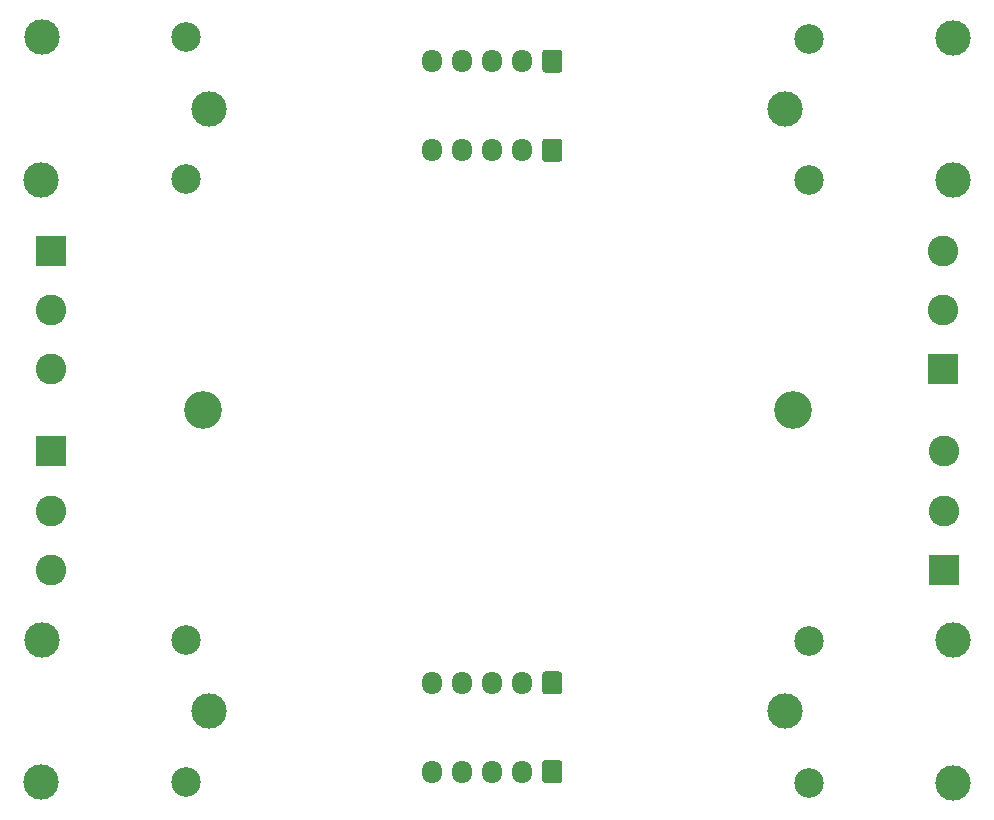
<source format=gbs>
G04 #@! TF.GenerationSoftware,KiCad,Pcbnew,5.1.10*
G04 #@! TF.CreationDate,2021-06-21T19:24:40+02:00*
G04 #@! TF.ProjectId,power-extender,706f7765-722d-4657-9874-656e6465722e,1*
G04 #@! TF.SameCoordinates,Original*
G04 #@! TF.FileFunction,Soldermask,Bot*
G04 #@! TF.FilePolarity,Negative*
%FSLAX46Y46*%
G04 Gerber Fmt 4.6, Leading zero omitted, Abs format (unit mm)*
G04 Created by KiCad (PCBNEW 5.1.10) date 2021-06-21 19:24:40*
%MOMM*%
%LPD*%
G01*
G04 APERTURE LIST*
%ADD10O,1.700000X1.950000*%
%ADD11C,3.000000*%
%ADD12C,2.500000*%
%ADD13C,2.600000*%
%ADD14R,2.600000X2.600000*%
%ADD15C,3.200000*%
G04 APERTURE END LIST*
D10*
X143240000Y-70950000D03*
X145780000Y-70950000D03*
X148320000Y-70950000D03*
X150860000Y-70950000D03*
G36*
G01*
X154250000Y-70225000D02*
X154250000Y-71675000D01*
G75*
G02*
X154000000Y-71925000I-250000J0D01*
G01*
X152800000Y-71925000D01*
G75*
G02*
X152550000Y-71675000I0J250000D01*
G01*
X152550000Y-70225000D01*
G75*
G02*
X152800000Y-69975000I250000J0D01*
G01*
X154000000Y-69975000D01*
G75*
G02*
X154250000Y-70225000I0J-250000D01*
G01*
G37*
X143240000Y-78500000D03*
X145780000Y-78500000D03*
X148320000Y-78500000D03*
X150860000Y-78500000D03*
G36*
G01*
X154250000Y-77775000D02*
X154250000Y-79225000D01*
G75*
G02*
X154000000Y-79475000I-250000J0D01*
G01*
X152800000Y-79475000D01*
G75*
G02*
X152550000Y-79225000I0J250000D01*
G01*
X152550000Y-77775000D01*
G75*
G02*
X152800000Y-77525000I250000J0D01*
G01*
X154000000Y-77525000D01*
G75*
G02*
X154250000Y-77775000I0J-250000D01*
G01*
G37*
X143240000Y-123600000D03*
X145780000Y-123600000D03*
X148320000Y-123600000D03*
X150860000Y-123600000D03*
G36*
G01*
X154250000Y-122875000D02*
X154250000Y-124325000D01*
G75*
G02*
X154000000Y-124575000I-250000J0D01*
G01*
X152800000Y-124575000D01*
G75*
G02*
X152550000Y-124325000I0J250000D01*
G01*
X152550000Y-122875000D01*
G75*
G02*
X152800000Y-122625000I250000J0D01*
G01*
X154000000Y-122625000D01*
G75*
G02*
X154250000Y-122875000I0J-250000D01*
G01*
G37*
X143240000Y-131100000D03*
X145780000Y-131100000D03*
X148320000Y-131100000D03*
X150860000Y-131100000D03*
G36*
G01*
X154250000Y-130375000D02*
X154250000Y-131825000D01*
G75*
G02*
X154000000Y-132075000I-250000J0D01*
G01*
X152800000Y-132075000D01*
G75*
G02*
X152550000Y-131825000I0J250000D01*
G01*
X152550000Y-130375000D01*
G75*
G02*
X152800000Y-130125000I250000J0D01*
G01*
X154000000Y-130125000D01*
G75*
G02*
X154250000Y-130375000I0J-250000D01*
G01*
G37*
D11*
X173150000Y-75000000D03*
D12*
X175100000Y-69050000D03*
D11*
X187350000Y-69000000D03*
X187300000Y-81050000D03*
D12*
X175100000Y-81050000D03*
D13*
X186500000Y-87000000D03*
X186500000Y-92000000D03*
D14*
X186500000Y-97000000D03*
D11*
X173150000Y-126000000D03*
D12*
X175100000Y-120050000D03*
D11*
X187350000Y-120000000D03*
X187300000Y-132050000D03*
D12*
X175100000Y-132050000D03*
D13*
X186550000Y-104000000D03*
X186550000Y-109000000D03*
D14*
X186550000Y-114000000D03*
D11*
X124350000Y-126000000D03*
D12*
X122400000Y-131950000D03*
D11*
X110150000Y-132000000D03*
X110200000Y-119950000D03*
D12*
X122400000Y-119950000D03*
D13*
X111000000Y-114000000D03*
X111000000Y-109000000D03*
D14*
X111000000Y-104000000D03*
D11*
X124350000Y-75000000D03*
D12*
X122400000Y-80950000D03*
D11*
X110150000Y-81000000D03*
X110200000Y-68950000D03*
D12*
X122400000Y-68950000D03*
D13*
X110950000Y-97000000D03*
X110950000Y-92000000D03*
D14*
X110950000Y-87000000D03*
D15*
X173800000Y-100500000D03*
X123800000Y-100500000D03*
M02*

</source>
